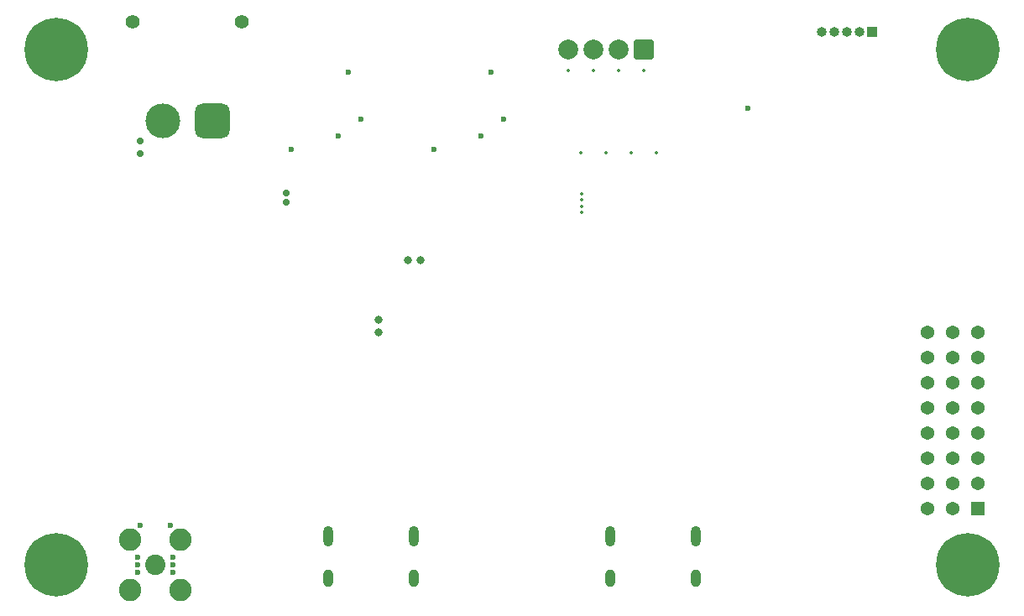
<source format=gbr>
%TF.GenerationSoftware,KiCad,Pcbnew,9.0.0*%
%TF.CreationDate,2025-04-04T17:03:46+04:00*%
%TF.ProjectId,aether,61657468-6572-42e6-9b69-6361645f7063,rev?*%
%TF.SameCoordinates,Original*%
%TF.FileFunction,Copper,L3,Inr*%
%TF.FilePolarity,Positive*%
%FSLAX46Y46*%
G04 Gerber Fmt 4.6, Leading zero omitted, Abs format (unit mm)*
G04 Created by KiCad (PCBNEW 9.0.0) date 2025-04-04 17:03:46*
%MOMM*%
%LPD*%
G01*
G04 APERTURE LIST*
G04 Aperture macros list*
%AMRoundRect*
0 Rectangle with rounded corners*
0 $1 Rounding radius*
0 $2 $3 $4 $5 $6 $7 $8 $9 X,Y pos of 4 corners*
0 Add a 4 corners polygon primitive as box body*
4,1,4,$2,$3,$4,$5,$6,$7,$8,$9,$2,$3,0*
0 Add four circle primitives for the rounded corners*
1,1,$1+$1,$2,$3*
1,1,$1+$1,$4,$5*
1,1,$1+$1,$6,$7*
1,1,$1+$1,$8,$9*
0 Add four rect primitives between the rounded corners*
20,1,$1+$1,$2,$3,$4,$5,0*
20,1,$1+$1,$4,$5,$6,$7,0*
20,1,$1+$1,$6,$7,$8,$9,0*
20,1,$1+$1,$8,$9,$2,$3,0*%
G04 Aperture macros list end*
%TA.AperFunction,HeatsinkPad*%
%ADD10O,1.000000X2.100000*%
%TD*%
%TA.AperFunction,HeatsinkPad*%
%ADD11O,1.000000X1.800000*%
%TD*%
%TA.AperFunction,ComponentPad*%
%ADD12C,0.800000*%
%TD*%
%TA.AperFunction,ComponentPad*%
%ADD13C,6.400000*%
%TD*%
%TA.AperFunction,ComponentPad*%
%ADD14C,2.050000*%
%TD*%
%TA.AperFunction,ComponentPad*%
%ADD15C,2.250000*%
%TD*%
%TA.AperFunction,ComponentPad*%
%ADD16C,1.400000*%
%TD*%
%TA.AperFunction,ComponentPad*%
%ADD17RoundRect,0.770000X-0.980000X-0.980000X0.980000X-0.980000X0.980000X0.980000X-0.980000X0.980000X0*%
%TD*%
%TA.AperFunction,ComponentPad*%
%ADD18C,3.500000*%
%TD*%
%TA.AperFunction,ComponentPad*%
%ADD19R,1.370000X1.370000*%
%TD*%
%TA.AperFunction,ComponentPad*%
%ADD20C,1.370000*%
%TD*%
%TA.AperFunction,ComponentPad*%
%ADD21R,1.000000X1.000000*%
%TD*%
%TA.AperFunction,ComponentPad*%
%ADD22O,1.000000X1.000000*%
%TD*%
%TA.AperFunction,ComponentPad*%
%ADD23C,2.000000*%
%TD*%
%TA.AperFunction,ComponentPad*%
%ADD24RoundRect,0.250000X0.750000X0.750000X-0.750000X0.750000X-0.750000X-0.750000X0.750000X-0.750000X0*%
%TD*%
%TA.AperFunction,ViaPad*%
%ADD25C,0.350000*%
%TD*%
%TA.AperFunction,ViaPad*%
%ADD26C,0.800000*%
%TD*%
%TA.AperFunction,ViaPad*%
%ADD27C,0.600000*%
%TD*%
%TA.AperFunction,ViaPad*%
%ADD28C,0.700000*%
%TD*%
G04 APERTURE END LIST*
D10*
%TO.N,GND*%
%TO.C,USB_STM32*%
X81430000Y-138125000D03*
D11*
X81430000Y-142325000D03*
D10*
X90070000Y-138125000D03*
D11*
X90070000Y-142325000D03*
%TD*%
D10*
%TO.N,GND*%
%TO.C,USB_ESP32*%
X109930000Y-138125000D03*
D11*
X109930000Y-142325000D03*
D10*
X118570000Y-138125000D03*
D11*
X118570000Y-142325000D03*
%TD*%
D12*
%TO.N,GND*%
%TO.C,H1*%
X51600000Y-89000000D03*
X52302944Y-87302944D03*
X52302944Y-90697056D03*
X54000000Y-86600000D03*
D13*
X54000000Y-89000000D03*
D12*
X54000000Y-91400000D03*
X55697056Y-87302944D03*
X55697056Y-90697056D03*
X56400000Y-89000000D03*
%TD*%
D14*
%TO.N,RFM95W_ANT*%
%TO.C,ANT1*%
X64000000Y-141000000D03*
D15*
%TO.N,GND*%
X66540000Y-143540000D03*
X66540000Y-138460000D03*
X61460000Y-143540000D03*
X61460000Y-138460000D03*
%TD*%
D12*
%TO.N,GND*%
%TO.C,H3*%
X143600000Y-141000000D03*
X144302944Y-139302944D03*
X144302944Y-142697056D03*
X146000000Y-138600000D03*
D13*
X146000000Y-141000000D03*
D12*
X146000000Y-143400000D03*
X147697056Y-139302944D03*
X147697056Y-142697056D03*
X148400000Y-141000000D03*
%TD*%
%TO.N,GND*%
%TO.C,H2*%
X51600000Y-141000000D03*
X52302944Y-139302944D03*
X52302944Y-142697056D03*
X54000000Y-138600000D03*
D13*
X54000000Y-141000000D03*
D12*
X54000000Y-143400000D03*
X55697056Y-139302944D03*
X55697056Y-142697056D03*
X56400000Y-141000000D03*
%TD*%
D16*
%TO.N,*%
%TO.C,XT30*%
X61750000Y-86175000D03*
X72750000Y-86175000D03*
D17*
%TO.N,GND*%
X69750000Y-96175000D03*
D18*
%TO.N,INA219_IN+*%
X64750000Y-96175000D03*
%TD*%
D19*
%TO.N,GND*%
%TO.C,PWM1*%
X147000000Y-135290000D03*
D20*
%TO.N,5V*%
X144460000Y-135290000D03*
%TO.N,PWM7*%
X141920000Y-135290000D03*
%TO.N,GND*%
X147000000Y-132750000D03*
%TO.N,5V*%
X144460000Y-132750000D03*
%TO.N,PWM6*%
X141920000Y-132750000D03*
%TO.N,GND*%
X147000000Y-130210000D03*
%TO.N,5V*%
X144460000Y-130210000D03*
%TO.N,PWM5*%
X141920000Y-130210000D03*
%TO.N,GND*%
X147000000Y-127670000D03*
%TO.N,5V*%
X144460000Y-127670000D03*
%TO.N,PWM4*%
X141920000Y-127670000D03*
%TO.N,GND*%
X147000000Y-125130000D03*
%TO.N,5V*%
X144460000Y-125130000D03*
%TO.N,PWM3*%
X141920000Y-125130000D03*
%TO.N,GND*%
X147000000Y-122590000D03*
%TO.N,5V*%
X144460000Y-122590000D03*
%TO.N,PWM2*%
X141920000Y-122590000D03*
%TO.N,GND*%
X147000000Y-120050000D03*
%TO.N,5V*%
X144460000Y-120050000D03*
%TO.N,PWM1*%
X141920000Y-120050000D03*
%TO.N,GND*%
X147000000Y-117510000D03*
%TO.N,5V*%
X144460000Y-117510000D03*
%TO.N,PWM0*%
X141920000Y-117510000D03*
%TD*%
D21*
%TO.N,GPS_RX*%
%TO.C,GPS_IO1*%
X136290000Y-87250000D03*
D22*
%TO.N,GPS_TX*%
X135020000Y-87250000D03*
%TO.N,GPS_RST*%
X133750000Y-87250000D03*
%TO.N,GPS_INT*%
X132480000Y-87250000D03*
%TO.N,GPS_SAFE*%
X131210000Y-87250000D03*
%TD*%
D23*
%TO.N,PYRO-TERM_A*%
%TO.C,PYRO1*%
X105665000Y-89025000D03*
D24*
%TO.N,PYRO-TERM_D*%
X113285000Y-89025000D03*
D23*
%TO.N,PYRO-TERM_C*%
X110745000Y-89025000D03*
%TO.N,PYRO-TERM_B*%
X108205000Y-89025000D03*
%TD*%
D12*
%TO.N,GND*%
%TO.C,H4*%
X143600000Y-89000000D03*
X144302944Y-87302944D03*
X144302944Y-90697056D03*
X146000000Y-86600000D03*
D13*
X146000000Y-89000000D03*
D12*
X146000000Y-91400000D03*
X147697056Y-87302944D03*
X147697056Y-90697056D03*
X148400000Y-89000000D03*
%TD*%
D25*
%TO.N,PYRO-TERM_A*%
X107000000Y-105450000D03*
%TO.N,PYRO-TERM_D*%
X107000000Y-103550000D03*
%TO.N,PYRO-TERM_C*%
X107000000Y-104150000D03*
%TO.N,PYRO-TERM_B*%
X107000000Y-104850000D03*
%TO.N,PYRO-TERM_D*%
X113285000Y-91125000D03*
%TO.N,PYRO-TERM_C*%
X110745000Y-91125000D03*
%TO.N,PYRO-TERM_B*%
X108205000Y-91125000D03*
%TO.N,PYRO-TERM_A*%
X105665000Y-91125000D03*
%TO.N,PYRO_D*%
X114555000Y-99375000D03*
%TO.N,PYRO_C*%
X112015000Y-99375000D03*
%TO.N,PYRO_B*%
X109475000Y-99375000D03*
%TO.N,PYRO_A*%
X106935000Y-99375000D03*
D26*
%TO.N,GND*%
X90750000Y-110250000D03*
D27*
X62500000Y-137000000D03*
X62250000Y-141000000D03*
X65500000Y-137000000D03*
X62250000Y-140250000D03*
D26*
X86500000Y-116250000D03*
D27*
X65750000Y-140250000D03*
X65750000Y-141750000D03*
X62250000Y-141750000D03*
D26*
X86500000Y-117500000D03*
D27*
X65750000Y-141000000D03*
D26*
X89500000Y-110250000D03*
D27*
%TO.N,3.3V*%
X123812500Y-94880000D03*
%TO.N,Net-(U10-SW)*%
X99150000Y-96020000D03*
X97900000Y-91250000D03*
%TO.N,Net-(U11-SW)*%
X84750000Y-96020000D03*
X83500000Y-91250000D03*
D28*
%TO.N,INA219_IN+*%
X62500000Y-98250000D03*
X77250000Y-103500000D03*
%TO.N,INA219_IN-*%
X62500000Y-99500000D03*
X77250000Y-104400003D03*
D27*
%TO.N,Net-(U10-EN)*%
X92150000Y-99075000D03*
X96850000Y-97750000D03*
%TO.N,Net-(U11-EN)*%
X77750000Y-99075000D03*
X82450000Y-97750000D03*
%TD*%
M02*

</source>
